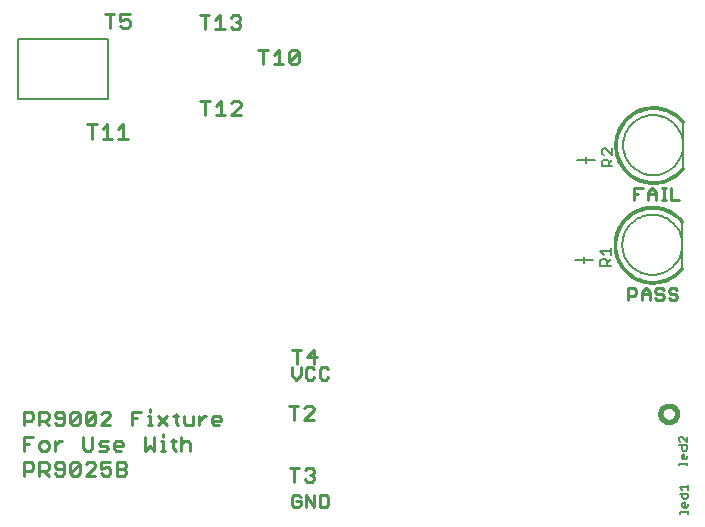
<source format=gto>
G75*
%MOIN*%
%OFA0B0*%
%FSLAX24Y24*%
%IPPOS*%
%LPD*%
%AMOC8*
5,1,8,0,0,1.08239X$1,22.5*
%
%ADD10C,0.0160*%
%ADD11C,0.0060*%
%ADD12C,0.0100*%
%ADD13C,0.0090*%
%ADD14C,0.0080*%
%ADD15C,0.0010*%
%ADD16C,0.0050*%
D10*
X023458Y006189D02*
X023460Y006222D01*
X023466Y006254D01*
X023475Y006285D01*
X023488Y006315D01*
X023505Y006343D01*
X023525Y006369D01*
X023547Y006392D01*
X023573Y006412D01*
X023600Y006430D01*
X023630Y006444D01*
X023661Y006454D01*
X023692Y006461D01*
X023725Y006464D01*
X023757Y006463D01*
X023790Y006458D01*
X023821Y006450D01*
X023851Y006437D01*
X023880Y006422D01*
X023906Y006403D01*
X023930Y006381D01*
X023952Y006356D01*
X023970Y006329D01*
X023985Y006300D01*
X023996Y006269D01*
X024004Y006238D01*
X024008Y006205D01*
X024008Y006173D01*
X024004Y006140D01*
X023996Y006109D01*
X023985Y006078D01*
X023970Y006049D01*
X023952Y006022D01*
X023930Y005997D01*
X023906Y005975D01*
X023880Y005956D01*
X023851Y005941D01*
X023821Y005928D01*
X023790Y005920D01*
X023757Y005915D01*
X023725Y005914D01*
X023692Y005917D01*
X023661Y005924D01*
X023630Y005934D01*
X023600Y005948D01*
X023573Y005966D01*
X023547Y005986D01*
X023525Y006009D01*
X023505Y006035D01*
X023488Y006063D01*
X023475Y006093D01*
X023466Y006124D01*
X023460Y006156D01*
X023458Y006189D01*
D11*
X024126Y005431D02*
X024082Y005387D01*
X024082Y005301D01*
X024126Y005257D01*
X024169Y005136D02*
X024169Y005006D01*
X024212Y004963D01*
X024299Y004963D01*
X024343Y005006D01*
X024343Y005136D01*
X024082Y005136D01*
X024343Y005257D02*
X024169Y005431D01*
X024126Y005431D01*
X024343Y005431D02*
X024343Y005257D01*
X024256Y004841D02*
X024256Y004668D01*
X024299Y004668D02*
X024212Y004668D01*
X024169Y004711D01*
X024169Y004798D01*
X024212Y004841D01*
X024256Y004841D01*
X024343Y004798D02*
X024343Y004711D01*
X024299Y004668D01*
X024343Y004558D02*
X024343Y004471D01*
X024343Y004515D02*
X024082Y004515D01*
X024082Y004471D01*
X024367Y003823D02*
X024367Y003650D01*
X024367Y003737D02*
X024107Y003737D01*
X024194Y003650D01*
X024194Y003529D02*
X024194Y003399D01*
X024237Y003355D01*
X024324Y003355D01*
X024367Y003399D01*
X024367Y003529D01*
X024107Y003529D01*
X024237Y003234D02*
X024280Y003234D01*
X024280Y003061D01*
X024237Y003061D02*
X024194Y003104D01*
X024194Y003191D01*
X024237Y003234D01*
X024367Y003191D02*
X024367Y003104D01*
X024324Y003061D01*
X024237Y003061D01*
X024367Y002951D02*
X024367Y002864D01*
X024367Y002908D02*
X024107Y002908D01*
X024107Y002864D01*
X021798Y011117D02*
X021457Y011117D01*
X021457Y011287D01*
X021514Y011344D01*
X021628Y011344D01*
X021684Y011287D01*
X021684Y011117D01*
X021684Y011230D02*
X021798Y011344D01*
X021798Y011485D02*
X021798Y011712D01*
X021798Y011599D02*
X021457Y011599D01*
X021571Y011485D01*
X022191Y011823D02*
X022193Y011886D01*
X022199Y011948D01*
X022209Y012010D01*
X022222Y012072D01*
X022240Y012132D01*
X022261Y012191D01*
X022286Y012249D01*
X022315Y012305D01*
X022347Y012359D01*
X022382Y012411D01*
X022420Y012460D01*
X022462Y012508D01*
X022506Y012552D01*
X022554Y012594D01*
X022603Y012632D01*
X022655Y012667D01*
X022709Y012699D01*
X022765Y012728D01*
X022823Y012753D01*
X022882Y012774D01*
X022942Y012792D01*
X023004Y012805D01*
X023066Y012815D01*
X023128Y012821D01*
X023191Y012823D01*
X023254Y012821D01*
X023316Y012815D01*
X023378Y012805D01*
X023440Y012792D01*
X023500Y012774D01*
X023559Y012753D01*
X023617Y012728D01*
X023673Y012699D01*
X023727Y012667D01*
X023779Y012632D01*
X023828Y012594D01*
X023876Y012552D01*
X023920Y012508D01*
X023962Y012460D01*
X024000Y012411D01*
X024035Y012359D01*
X024067Y012305D01*
X024096Y012249D01*
X024121Y012191D01*
X024142Y012132D01*
X024160Y012072D01*
X024173Y012010D01*
X024183Y011948D01*
X024189Y011886D01*
X024191Y011823D01*
X024189Y011760D01*
X024183Y011698D01*
X024173Y011636D01*
X024160Y011574D01*
X024142Y011514D01*
X024121Y011455D01*
X024096Y011397D01*
X024067Y011341D01*
X024035Y011287D01*
X024000Y011235D01*
X023962Y011186D01*
X023920Y011138D01*
X023876Y011094D01*
X023828Y011052D01*
X023779Y011014D01*
X023727Y010979D01*
X023673Y010947D01*
X023617Y010918D01*
X023559Y010893D01*
X023500Y010872D01*
X023440Y010854D01*
X023378Y010841D01*
X023316Y010831D01*
X023254Y010825D01*
X023191Y010823D01*
X023128Y010825D01*
X023066Y010831D01*
X023004Y010841D01*
X022942Y010854D01*
X022882Y010872D01*
X022823Y010893D01*
X022765Y010918D01*
X022709Y010947D01*
X022655Y010979D01*
X022603Y011014D01*
X022554Y011052D01*
X022506Y011094D01*
X022462Y011138D01*
X022420Y011186D01*
X022382Y011235D01*
X022347Y011287D01*
X022315Y011341D01*
X022286Y011397D01*
X022261Y011455D01*
X022240Y011514D01*
X022222Y011574D01*
X022209Y011636D01*
X022199Y011698D01*
X022193Y011760D01*
X022191Y011823D01*
X021847Y014439D02*
X021507Y014439D01*
X021507Y014609D01*
X021563Y014665D01*
X021677Y014665D01*
X021733Y014609D01*
X021733Y014439D01*
X021733Y014552D02*
X021847Y014665D01*
X021847Y014807D02*
X021620Y015034D01*
X021563Y015034D01*
X021507Y014977D01*
X021507Y014864D01*
X021563Y014807D01*
X021847Y014807D02*
X021847Y015034D01*
X022216Y015145D02*
X022218Y015208D01*
X022224Y015270D01*
X022234Y015332D01*
X022247Y015394D01*
X022265Y015454D01*
X022286Y015513D01*
X022311Y015571D01*
X022340Y015627D01*
X022372Y015681D01*
X022407Y015733D01*
X022445Y015782D01*
X022487Y015830D01*
X022531Y015874D01*
X022579Y015916D01*
X022628Y015954D01*
X022680Y015989D01*
X022734Y016021D01*
X022790Y016050D01*
X022848Y016075D01*
X022907Y016096D01*
X022967Y016114D01*
X023029Y016127D01*
X023091Y016137D01*
X023153Y016143D01*
X023216Y016145D01*
X023279Y016143D01*
X023341Y016137D01*
X023403Y016127D01*
X023465Y016114D01*
X023525Y016096D01*
X023584Y016075D01*
X023642Y016050D01*
X023698Y016021D01*
X023752Y015989D01*
X023804Y015954D01*
X023853Y015916D01*
X023901Y015874D01*
X023945Y015830D01*
X023987Y015782D01*
X024025Y015733D01*
X024060Y015681D01*
X024092Y015627D01*
X024121Y015571D01*
X024146Y015513D01*
X024167Y015454D01*
X024185Y015394D01*
X024198Y015332D01*
X024208Y015270D01*
X024214Y015208D01*
X024216Y015145D01*
X024214Y015082D01*
X024208Y015020D01*
X024198Y014958D01*
X024185Y014896D01*
X024167Y014836D01*
X024146Y014777D01*
X024121Y014719D01*
X024092Y014663D01*
X024060Y014609D01*
X024025Y014557D01*
X023987Y014508D01*
X023945Y014460D01*
X023901Y014416D01*
X023853Y014374D01*
X023804Y014336D01*
X023752Y014301D01*
X023698Y014269D01*
X023642Y014240D01*
X023584Y014215D01*
X023525Y014194D01*
X023465Y014176D01*
X023403Y014163D01*
X023341Y014153D01*
X023279Y014147D01*
X023216Y014145D01*
X023153Y014147D01*
X023091Y014153D01*
X023029Y014163D01*
X022967Y014176D01*
X022907Y014194D01*
X022848Y014215D01*
X022790Y014240D01*
X022734Y014269D01*
X022680Y014301D01*
X022628Y014336D01*
X022579Y014374D01*
X022531Y014416D01*
X022487Y014460D01*
X022445Y014508D01*
X022407Y014557D01*
X022372Y014609D01*
X022340Y014663D01*
X022311Y014719D01*
X022286Y014777D01*
X022265Y014836D01*
X022247Y014896D01*
X022234Y014958D01*
X022224Y015020D01*
X022218Y015082D01*
X022216Y015145D01*
D12*
X002243Y004583D02*
X002243Y004122D01*
X002243Y004276D02*
X002474Y004276D01*
X002550Y004353D01*
X002550Y004506D01*
X002474Y004583D01*
X002243Y004583D01*
X002243Y004962D02*
X002243Y005423D01*
X002550Y005423D01*
X002759Y005193D02*
X002836Y005269D01*
X002989Y005269D01*
X003066Y005193D01*
X003066Y005039D01*
X002989Y004962D01*
X002836Y004962D01*
X002759Y005039D01*
X002759Y005193D01*
X002397Y005193D02*
X002243Y005193D01*
X002759Y004583D02*
X002989Y004583D01*
X003066Y004506D01*
X003066Y004353D01*
X002989Y004276D01*
X002759Y004276D01*
X002913Y004276D02*
X003066Y004122D01*
X003275Y004199D02*
X003351Y004122D01*
X003505Y004122D01*
X003582Y004199D01*
X003582Y004506D01*
X003505Y004583D01*
X003351Y004583D01*
X003275Y004506D01*
X003275Y004429D01*
X003351Y004353D01*
X003582Y004353D01*
X003790Y004199D02*
X003790Y004506D01*
X003867Y004583D01*
X004021Y004583D01*
X004097Y004506D01*
X003790Y004199D01*
X003867Y004122D01*
X004021Y004122D01*
X004097Y004199D01*
X004097Y004506D01*
X004306Y004506D02*
X004383Y004583D01*
X004536Y004583D01*
X004613Y004506D01*
X004613Y004429D01*
X004306Y004122D01*
X004613Y004122D01*
X004822Y004199D02*
X004898Y004122D01*
X005052Y004122D01*
X005129Y004199D01*
X005129Y004353D01*
X005052Y004429D01*
X004975Y004429D01*
X004822Y004353D01*
X004822Y004583D01*
X005129Y004583D01*
X005337Y004583D02*
X005567Y004583D01*
X005644Y004506D01*
X005644Y004429D01*
X005567Y004353D01*
X005337Y004353D01*
X005337Y004583D02*
X005337Y004122D01*
X005567Y004122D01*
X005644Y004199D01*
X005644Y004276D01*
X005567Y004353D01*
X005482Y004962D02*
X005328Y004962D01*
X005251Y005039D01*
X005251Y005193D01*
X005328Y005269D01*
X005482Y005269D01*
X005558Y005193D01*
X005558Y005116D01*
X005251Y005116D01*
X005043Y005039D02*
X004966Y005116D01*
X004812Y005116D01*
X004736Y005193D01*
X004812Y005269D01*
X005043Y005269D01*
X005043Y005039D02*
X004966Y004962D01*
X004736Y004962D01*
X004527Y005039D02*
X004527Y005423D01*
X004220Y005423D02*
X004220Y005039D01*
X004297Y004962D01*
X004450Y004962D01*
X004527Y005039D01*
X004536Y005802D02*
X004383Y005802D01*
X004306Y005879D01*
X004613Y006186D01*
X004613Y005879D01*
X004536Y005802D01*
X004306Y005879D02*
X004306Y006186D01*
X004383Y006263D01*
X004536Y006263D01*
X004613Y006186D01*
X004822Y006186D02*
X004898Y006263D01*
X005052Y006263D01*
X005129Y006186D01*
X005129Y006109D01*
X004822Y005802D01*
X005129Y005802D01*
X005853Y005802D02*
X005853Y006263D01*
X006160Y006263D01*
X006369Y006109D02*
X006445Y006109D01*
X006445Y005802D01*
X006369Y005802D02*
X006522Y005802D01*
X006712Y005802D02*
X007019Y006109D01*
X007228Y006109D02*
X007381Y006109D01*
X007305Y006186D02*
X007305Y005879D01*
X007381Y005802D01*
X007572Y005879D02*
X007572Y006109D01*
X007572Y005879D02*
X007648Y005802D01*
X007879Y005802D01*
X007879Y006109D01*
X008087Y006109D02*
X008087Y005802D01*
X008087Y005956D02*
X008241Y006109D01*
X008318Y006109D01*
X008517Y006033D02*
X008594Y006109D01*
X008747Y006109D01*
X008824Y006033D01*
X008824Y005956D01*
X008517Y005956D01*
X008517Y005879D02*
X008517Y006033D01*
X008517Y005879D02*
X008594Y005802D01*
X008747Y005802D01*
X007793Y005193D02*
X007793Y004962D01*
X007793Y005193D02*
X007716Y005269D01*
X007563Y005269D01*
X007486Y005193D01*
X007296Y005269D02*
X007142Y005269D01*
X007219Y005346D02*
X007219Y005039D01*
X007296Y004962D01*
X007486Y004962D02*
X007486Y005423D01*
X007019Y005802D02*
X006712Y006109D01*
X006445Y006263D02*
X006445Y006340D01*
X006006Y006033D02*
X005853Y006033D01*
X006283Y005423D02*
X006283Y004962D01*
X006436Y005116D01*
X006590Y004962D01*
X006590Y005423D01*
X006798Y005269D02*
X006875Y005269D01*
X006875Y004962D01*
X006798Y004962D02*
X006952Y004962D01*
X006875Y005423D02*
X006875Y005500D01*
X004097Y005879D02*
X004021Y005802D01*
X003867Y005802D01*
X003790Y005879D01*
X004097Y006186D01*
X004097Y005879D01*
X003790Y005879D02*
X003790Y006186D01*
X003867Y006263D01*
X004021Y006263D01*
X004097Y006186D01*
X003582Y006186D02*
X003582Y005879D01*
X003505Y005802D01*
X003351Y005802D01*
X003275Y005879D01*
X003351Y006033D02*
X003582Y006033D01*
X003582Y006186D02*
X003505Y006263D01*
X003351Y006263D01*
X003275Y006186D01*
X003275Y006109D01*
X003351Y006033D01*
X003066Y006033D02*
X002989Y005956D01*
X002759Y005956D01*
X002913Y005956D02*
X003066Y005802D01*
X003066Y006033D02*
X003066Y006186D01*
X002989Y006263D01*
X002759Y006263D01*
X002759Y005802D01*
X002550Y006033D02*
X002474Y005956D01*
X002243Y005956D01*
X002243Y005802D02*
X002243Y006263D01*
X002474Y006263D01*
X002550Y006186D01*
X002550Y006033D01*
X003275Y005269D02*
X003275Y004962D01*
X003275Y005116D02*
X003428Y005269D01*
X003505Y005269D01*
X002759Y004583D02*
X002759Y004122D01*
D13*
X011096Y004391D02*
X011409Y004391D01*
X011253Y004391D02*
X011253Y003921D01*
X011611Y003999D02*
X011690Y003921D01*
X011847Y003921D01*
X011925Y003999D01*
X011925Y004077D01*
X011847Y004156D01*
X011768Y004156D01*
X011847Y004156D02*
X011925Y004234D01*
X011925Y004313D01*
X011847Y004391D01*
X011690Y004391D01*
X011611Y004313D01*
X011651Y003491D02*
X011924Y003081D01*
X011924Y003491D01*
X012111Y003491D02*
X012316Y003491D01*
X012385Y003423D01*
X012385Y003149D01*
X012316Y003081D01*
X012111Y003081D01*
X012111Y003491D01*
X011651Y003491D02*
X011651Y003081D01*
X011464Y003149D02*
X011464Y003286D01*
X011327Y003286D01*
X011190Y003149D02*
X011259Y003081D01*
X011395Y003081D01*
X011464Y003149D01*
X011190Y003149D02*
X011190Y003423D01*
X011259Y003491D01*
X011395Y003491D01*
X011464Y003423D01*
X011592Y005992D02*
X011905Y006306D01*
X011905Y006384D01*
X011827Y006463D01*
X011670Y006463D01*
X011592Y006384D01*
X011390Y006463D02*
X011076Y006463D01*
X011233Y006463D02*
X011233Y005992D01*
X011592Y005992D02*
X011905Y005992D01*
X011856Y007331D02*
X011719Y007331D01*
X011651Y007399D01*
X011651Y007673D01*
X011719Y007741D01*
X011856Y007741D01*
X011924Y007673D01*
X011925Y007848D02*
X011925Y008318D01*
X011690Y008083D01*
X012004Y008083D01*
X012179Y007741D02*
X012111Y007673D01*
X012111Y007399D01*
X012179Y007331D01*
X012316Y007331D01*
X012385Y007399D01*
X012385Y007673D02*
X012316Y007741D01*
X012179Y007741D01*
X011924Y007399D02*
X011856Y007331D01*
X011464Y007468D02*
X011464Y007741D01*
X011331Y007848D02*
X011331Y008318D01*
X011174Y008318D02*
X011488Y008318D01*
X011190Y007741D02*
X011190Y007468D01*
X011327Y007331D01*
X011464Y007468D01*
X005697Y015364D02*
X005383Y015364D01*
X005540Y015364D02*
X005540Y015834D01*
X005383Y015677D01*
X005181Y015364D02*
X004868Y015364D01*
X005024Y015364D02*
X005024Y015834D01*
X004868Y015677D01*
X004666Y015834D02*
X004352Y015834D01*
X004509Y015834D02*
X004509Y015364D01*
X008123Y016620D02*
X008437Y016620D01*
X008280Y016620D02*
X008280Y016150D01*
X008639Y016150D02*
X008953Y016150D01*
X008796Y016150D02*
X008796Y016620D01*
X008639Y016463D01*
X009155Y016542D02*
X009233Y016620D01*
X009390Y016620D01*
X009468Y016542D01*
X009468Y016463D01*
X009155Y016150D01*
X009468Y016150D01*
X010216Y017841D02*
X010216Y018311D01*
X010060Y018311D02*
X010373Y018311D01*
X010575Y018154D02*
X010732Y018311D01*
X010732Y017841D01*
X010575Y017841D02*
X010889Y017841D01*
X011091Y017919D02*
X011405Y018233D01*
X011405Y017919D01*
X011326Y017841D01*
X011169Y017841D01*
X011091Y017919D01*
X011091Y018233D01*
X011169Y018311D01*
X011326Y018311D01*
X011405Y018233D01*
X009453Y019078D02*
X009375Y018999D01*
X009218Y018999D01*
X009140Y019078D01*
X008938Y018999D02*
X008624Y018999D01*
X008781Y018999D02*
X008781Y019470D01*
X008624Y019313D01*
X008422Y019470D02*
X008109Y019470D01*
X008265Y019470D02*
X008265Y018999D01*
X009140Y019391D02*
X009218Y019470D01*
X009375Y019470D01*
X009453Y019391D01*
X009453Y019313D01*
X009375Y019234D01*
X009453Y019156D01*
X009453Y019078D01*
X009375Y019234D02*
X009297Y019234D01*
X005773Y019284D02*
X005773Y019127D01*
X005695Y019049D01*
X005538Y019049D01*
X005460Y019127D01*
X005460Y019284D02*
X005617Y019362D01*
X005695Y019362D01*
X005773Y019284D01*
X005773Y019519D02*
X005460Y019519D01*
X005460Y019284D01*
X005258Y019519D02*
X004944Y019519D01*
X005101Y019519D02*
X005101Y019049D01*
X022370Y010397D02*
X022370Y009987D01*
X022370Y010124D02*
X022576Y010124D01*
X022644Y010192D01*
X022644Y010329D01*
X022576Y010397D01*
X022370Y010397D01*
X022831Y010260D02*
X022831Y009987D01*
X022831Y010192D02*
X023104Y010192D01*
X023104Y010260D02*
X023104Y009987D01*
X023291Y010055D02*
X023360Y009987D01*
X023496Y009987D01*
X023565Y010055D01*
X023565Y010124D01*
X023496Y010192D01*
X023360Y010192D01*
X023291Y010260D01*
X023291Y010329D01*
X023360Y010397D01*
X023496Y010397D01*
X023565Y010329D01*
X023752Y010329D02*
X023752Y010260D01*
X023820Y010192D01*
X023957Y010192D01*
X024025Y010124D01*
X024025Y010055D01*
X023957Y009987D01*
X023820Y009987D01*
X023752Y010055D01*
X023752Y010329D02*
X023820Y010397D01*
X023957Y010397D01*
X024025Y010329D01*
X023104Y010260D02*
X022968Y010397D01*
X022831Y010260D01*
X023052Y013309D02*
X023052Y013582D01*
X023189Y013719D01*
X023326Y013582D01*
X023326Y013309D01*
X023513Y013309D02*
X023649Y013309D01*
X023581Y013309D02*
X023581Y013719D01*
X023513Y013719D02*
X023649Y013719D01*
X023820Y013719D02*
X023820Y013309D01*
X024093Y013309D01*
X023326Y013514D02*
X023052Y013514D01*
X022865Y013719D02*
X022592Y013719D01*
X022592Y013309D01*
X022592Y013514D02*
X022729Y013514D01*
D14*
X024216Y014395D02*
X024216Y015895D01*
X021277Y014645D02*
X020977Y014645D01*
X020977Y014745D01*
X020977Y014645D02*
X020977Y014545D01*
X020977Y014645D02*
X020677Y014645D01*
X024191Y012573D02*
X024191Y011073D01*
X021228Y011323D02*
X020928Y011323D01*
X020928Y011423D01*
X020928Y011323D02*
X020628Y011323D01*
X020928Y011323D02*
X020928Y011223D01*
D15*
X024223Y012603D02*
X024151Y012549D01*
X024152Y012550D02*
X024109Y012603D01*
X024064Y012654D01*
X024015Y012702D01*
X023964Y012747D01*
X023910Y012790D01*
X023854Y012829D01*
X023796Y012865D01*
X023736Y012898D01*
X023675Y012927D01*
X023611Y012952D01*
X023547Y012974D01*
X023481Y012993D01*
X023414Y013007D01*
X023347Y013018D01*
X023279Y013025D01*
X023211Y013028D01*
X023142Y013027D01*
X023074Y013022D01*
X023006Y013014D01*
X022939Y013001D01*
X022873Y012985D01*
X022808Y012965D01*
X022743Y012942D01*
X022681Y012915D01*
X022620Y012884D01*
X022561Y012850D01*
X022503Y012813D01*
X022448Y012772D01*
X022396Y012728D01*
X022346Y012682D01*
X022299Y012633D01*
X022254Y012581D01*
X022213Y012527D01*
X022174Y012470D01*
X022139Y012411D01*
X022108Y012351D01*
X022080Y012289D01*
X022055Y012225D01*
X022034Y012160D01*
X022017Y012094D01*
X022003Y012027D01*
X021994Y011959D01*
X021988Y011891D01*
X021986Y011823D01*
X021988Y011755D01*
X021994Y011687D01*
X022003Y011619D01*
X022017Y011552D01*
X022034Y011486D01*
X022055Y011421D01*
X022080Y011357D01*
X022108Y011295D01*
X022139Y011235D01*
X022174Y011176D01*
X022213Y011119D01*
X022254Y011065D01*
X022299Y011013D01*
X022346Y010964D01*
X022396Y010918D01*
X022448Y010874D01*
X022503Y010833D01*
X022561Y010796D01*
X022620Y010762D01*
X022681Y010731D01*
X022743Y010704D01*
X022808Y010681D01*
X022873Y010661D01*
X022939Y010645D01*
X023006Y010632D01*
X023074Y010624D01*
X023142Y010619D01*
X023211Y010618D01*
X023279Y010621D01*
X023347Y010628D01*
X023414Y010639D01*
X023481Y010653D01*
X023547Y010672D01*
X023611Y010694D01*
X023675Y010719D01*
X023736Y010748D01*
X023796Y010781D01*
X023854Y010817D01*
X023910Y010856D01*
X023964Y010899D01*
X024015Y010944D01*
X024064Y010992D01*
X024109Y011043D01*
X024152Y011096D01*
X024223Y011043D01*
X024224Y011042D01*
X024180Y010987D01*
X024132Y010934D01*
X024082Y010883D01*
X024029Y010836D01*
X023974Y010792D01*
X023916Y010750D01*
X023856Y010712D01*
X023795Y010677D01*
X023731Y010646D01*
X023666Y010618D01*
X023599Y010594D01*
X023531Y010573D01*
X023462Y010557D01*
X023392Y010544D01*
X023322Y010535D01*
X023251Y010529D01*
X023180Y010528D01*
X023109Y010531D01*
X023038Y010537D01*
X022968Y010547D01*
X022899Y010561D01*
X022830Y010579D01*
X022762Y010601D01*
X022696Y010626D01*
X022631Y010655D01*
X022568Y010688D01*
X022507Y010724D01*
X022448Y010763D01*
X022391Y010805D01*
X022336Y010850D01*
X022284Y010899D01*
X022235Y010950D01*
X022188Y011003D01*
X022145Y011060D01*
X022105Y011118D01*
X022068Y011179D01*
X022034Y011241D01*
X022004Y011305D01*
X021977Y011371D01*
X021954Y011438D01*
X021935Y011507D01*
X021920Y011576D01*
X021908Y011646D01*
X021900Y011717D01*
X021896Y011788D01*
X021896Y011858D01*
X021900Y011929D01*
X021908Y012000D01*
X021920Y012070D01*
X021935Y012139D01*
X021954Y012208D01*
X021977Y012275D01*
X022004Y012341D01*
X022034Y012405D01*
X022068Y012467D01*
X022105Y012528D01*
X022145Y012586D01*
X022188Y012643D01*
X022235Y012696D01*
X022284Y012747D01*
X022336Y012796D01*
X022391Y012841D01*
X022448Y012883D01*
X022507Y012922D01*
X022568Y012958D01*
X022631Y012991D01*
X022696Y013020D01*
X022762Y013045D01*
X022830Y013067D01*
X022899Y013085D01*
X022968Y013099D01*
X023038Y013109D01*
X023109Y013115D01*
X023180Y013118D01*
X023251Y013117D01*
X023322Y013111D01*
X023392Y013102D01*
X023462Y013089D01*
X023531Y013073D01*
X023599Y013052D01*
X023666Y013028D01*
X023731Y013000D01*
X023795Y012969D01*
X023856Y012934D01*
X023916Y012896D01*
X023974Y012854D01*
X024029Y012810D01*
X024082Y012763D01*
X024132Y012712D01*
X024180Y012659D01*
X024224Y012604D01*
X024217Y012599D01*
X024172Y012654D01*
X024125Y012707D01*
X024074Y012758D01*
X024021Y012805D01*
X023965Y012850D01*
X023907Y012891D01*
X023847Y012929D01*
X023785Y012964D01*
X023721Y012995D01*
X023655Y013022D01*
X023588Y013046D01*
X023519Y013066D01*
X023450Y013083D01*
X023380Y013095D01*
X023309Y013104D01*
X023238Y013108D01*
X023167Y013109D01*
X023096Y013105D01*
X023025Y013098D01*
X022954Y013087D01*
X022885Y013072D01*
X022816Y013053D01*
X022748Y013030D01*
X022682Y013004D01*
X022617Y012974D01*
X022555Y012940D01*
X022494Y012904D01*
X022435Y012863D01*
X022378Y012820D01*
X022324Y012773D01*
X022273Y012724D01*
X022225Y012671D01*
X022179Y012617D01*
X022137Y012559D01*
X022098Y012500D01*
X022062Y012438D01*
X022029Y012375D01*
X022001Y012310D01*
X021975Y012243D01*
X021954Y012175D01*
X021936Y012106D01*
X021923Y012036D01*
X021913Y011965D01*
X021907Y011894D01*
X021905Y011823D01*
X021907Y011752D01*
X021913Y011681D01*
X021923Y011610D01*
X021936Y011540D01*
X021954Y011471D01*
X021975Y011403D01*
X022001Y011336D01*
X022029Y011271D01*
X022062Y011208D01*
X022098Y011146D01*
X022137Y011087D01*
X022179Y011029D01*
X022225Y010975D01*
X022273Y010922D01*
X022324Y010873D01*
X022378Y010826D01*
X022435Y010783D01*
X022494Y010742D01*
X022555Y010706D01*
X022617Y010672D01*
X022682Y010642D01*
X022748Y010616D01*
X022816Y010593D01*
X022885Y010574D01*
X022954Y010559D01*
X023025Y010548D01*
X023096Y010541D01*
X023167Y010537D01*
X023238Y010538D01*
X023309Y010542D01*
X023380Y010551D01*
X023450Y010563D01*
X023519Y010580D01*
X023588Y010600D01*
X023655Y010624D01*
X023721Y010651D01*
X023785Y010682D01*
X023847Y010717D01*
X023907Y010755D01*
X023965Y010796D01*
X024021Y010841D01*
X024074Y010888D01*
X024125Y010939D01*
X024172Y010992D01*
X024217Y011047D01*
X024210Y011053D01*
X024165Y010998D01*
X024118Y010945D01*
X024068Y010895D01*
X024015Y010848D01*
X023960Y010804D01*
X023902Y010762D01*
X023843Y010725D01*
X023781Y010690D01*
X023717Y010659D01*
X023652Y010632D01*
X023585Y010608D01*
X023517Y010588D01*
X023448Y010572D01*
X023379Y010560D01*
X023308Y010551D01*
X023238Y010547D01*
X023167Y010546D01*
X023096Y010550D01*
X023026Y010557D01*
X022956Y010568D01*
X022887Y010583D01*
X022819Y010602D01*
X022751Y010624D01*
X022686Y010650D01*
X022621Y010680D01*
X022559Y010713D01*
X022499Y010750D01*
X022440Y010790D01*
X022384Y010833D01*
X022330Y010879D01*
X022280Y010929D01*
X022231Y010980D01*
X022186Y011035D01*
X022144Y011092D01*
X022105Y011151D01*
X022070Y011212D01*
X022037Y011275D01*
X022009Y011340D01*
X021984Y011406D01*
X021963Y011474D01*
X021945Y011542D01*
X021932Y011612D01*
X021922Y011682D01*
X021916Y011752D01*
X021914Y011823D01*
X021916Y011894D01*
X021922Y011964D01*
X021932Y012034D01*
X021945Y012104D01*
X021963Y012172D01*
X021984Y012240D01*
X022009Y012306D01*
X022037Y012371D01*
X022070Y012434D01*
X022105Y012495D01*
X022144Y012554D01*
X022186Y012611D01*
X022231Y012666D01*
X022280Y012717D01*
X022330Y012767D01*
X022384Y012813D01*
X022440Y012856D01*
X022499Y012896D01*
X022559Y012933D01*
X022621Y012966D01*
X022686Y012996D01*
X022751Y013022D01*
X022819Y013044D01*
X022887Y013063D01*
X022956Y013078D01*
X023026Y013089D01*
X023096Y013096D01*
X023167Y013100D01*
X023238Y013099D01*
X023308Y013095D01*
X023379Y013086D01*
X023448Y013074D01*
X023517Y013058D01*
X023585Y013038D01*
X023652Y013014D01*
X023717Y012987D01*
X023781Y012956D01*
X023843Y012921D01*
X023902Y012884D01*
X023960Y012842D01*
X024015Y012798D01*
X024068Y012751D01*
X024118Y012701D01*
X024165Y012648D01*
X024210Y012593D01*
X024202Y012588D01*
X024158Y012643D01*
X024110Y012696D01*
X024060Y012746D01*
X024007Y012794D01*
X023951Y012838D01*
X023893Y012879D01*
X023833Y012916D01*
X023771Y012951D01*
X023707Y012981D01*
X023641Y013008D01*
X023574Y013032D01*
X023506Y013051D01*
X023436Y013067D01*
X023366Y013079D01*
X023296Y013087D01*
X023225Y013091D01*
X023154Y013090D01*
X023083Y013086D01*
X023012Y013078D01*
X022942Y013066D01*
X022873Y013050D01*
X022805Y013031D01*
X022737Y013007D01*
X022672Y012980D01*
X022608Y012949D01*
X022546Y012915D01*
X022486Y012877D01*
X022428Y012835D01*
X022372Y012791D01*
X022319Y012744D01*
X022269Y012693D01*
X022222Y012640D01*
X022177Y012585D01*
X022136Y012527D01*
X022099Y012467D01*
X022064Y012404D01*
X022033Y012340D01*
X022006Y012275D01*
X021983Y012208D01*
X021963Y012139D01*
X021947Y012070D01*
X021935Y012000D01*
X021927Y011929D01*
X021923Y011859D01*
X021923Y011787D01*
X021927Y011717D01*
X021935Y011646D01*
X021947Y011576D01*
X021963Y011507D01*
X021983Y011438D01*
X022006Y011371D01*
X022033Y011306D01*
X022064Y011242D01*
X022099Y011179D01*
X022136Y011119D01*
X022177Y011061D01*
X022222Y011006D01*
X022269Y010953D01*
X022319Y010902D01*
X022372Y010855D01*
X022428Y010811D01*
X022486Y010769D01*
X022546Y010731D01*
X022608Y010697D01*
X022672Y010666D01*
X022737Y010639D01*
X022805Y010615D01*
X022873Y010596D01*
X022942Y010580D01*
X023012Y010568D01*
X023083Y010560D01*
X023154Y010556D01*
X023225Y010555D01*
X023296Y010559D01*
X023366Y010567D01*
X023436Y010579D01*
X023506Y010595D01*
X023574Y010614D01*
X023641Y010638D01*
X023707Y010665D01*
X023771Y010695D01*
X023833Y010730D01*
X023893Y010767D01*
X023951Y010808D01*
X024007Y010852D01*
X024060Y010900D01*
X024110Y010950D01*
X024158Y011003D01*
X024202Y011058D01*
X024195Y011064D01*
X024151Y011009D01*
X024104Y010956D01*
X024054Y010906D01*
X024001Y010859D01*
X023946Y010815D01*
X023888Y010775D01*
X023829Y010737D01*
X023767Y010703D01*
X023703Y010673D01*
X023638Y010646D01*
X023571Y010623D01*
X023503Y010603D01*
X023435Y010588D01*
X023365Y010576D01*
X023295Y010568D01*
X023224Y010564D01*
X023154Y010565D01*
X023083Y010569D01*
X023013Y010577D01*
X022944Y010589D01*
X022875Y010604D01*
X022807Y010624D01*
X022741Y010647D01*
X022676Y010674D01*
X022612Y010705D01*
X022550Y010739D01*
X022491Y010777D01*
X022433Y010818D01*
X022378Y010862D01*
X022325Y010909D01*
X022276Y010959D01*
X022229Y011011D01*
X022185Y011067D01*
X022144Y011124D01*
X022106Y011184D01*
X022072Y011246D01*
X022042Y011309D01*
X022015Y011374D01*
X021991Y011441D01*
X021972Y011509D01*
X021956Y011578D01*
X021944Y011647D01*
X021936Y011717D01*
X021932Y011788D01*
X021932Y011858D01*
X021936Y011929D01*
X021944Y011999D01*
X021956Y012068D01*
X021972Y012137D01*
X021991Y012205D01*
X022015Y012272D01*
X022042Y012337D01*
X022072Y012400D01*
X022106Y012462D01*
X022144Y012522D01*
X022185Y012579D01*
X022229Y012635D01*
X022276Y012687D01*
X022325Y012737D01*
X022378Y012784D01*
X022433Y012828D01*
X022491Y012869D01*
X022550Y012907D01*
X022612Y012941D01*
X022676Y012972D01*
X022741Y012999D01*
X022807Y013022D01*
X022875Y013042D01*
X022944Y013057D01*
X023013Y013069D01*
X023083Y013077D01*
X023154Y013081D01*
X023224Y013082D01*
X023295Y013078D01*
X023365Y013070D01*
X023435Y013058D01*
X023503Y013043D01*
X023571Y013023D01*
X023638Y013000D01*
X023703Y012973D01*
X023767Y012943D01*
X023829Y012909D01*
X023888Y012871D01*
X023946Y012831D01*
X024001Y012787D01*
X024054Y012740D01*
X024104Y012690D01*
X024151Y012637D01*
X024195Y012582D01*
X024188Y012577D01*
X024144Y012632D01*
X024097Y012684D01*
X024048Y012733D01*
X023995Y012780D01*
X023941Y012823D01*
X023883Y012864D01*
X023824Y012901D01*
X023763Y012935D01*
X023699Y012965D01*
X023635Y012992D01*
X023568Y013015D01*
X023501Y013034D01*
X023433Y013049D01*
X023364Y013061D01*
X023294Y013069D01*
X023224Y013073D01*
X023154Y013072D01*
X023084Y013068D01*
X023015Y013060D01*
X022946Y013049D01*
X022877Y013033D01*
X022810Y013014D01*
X022744Y012990D01*
X022679Y012963D01*
X022616Y012933D01*
X022555Y012899D01*
X022496Y012862D01*
X022438Y012821D01*
X022384Y012777D01*
X022332Y012731D01*
X022282Y012681D01*
X022235Y012629D01*
X022192Y012574D01*
X022151Y012517D01*
X022114Y012458D01*
X022080Y012396D01*
X022050Y012333D01*
X022023Y012268D01*
X022000Y012202D01*
X021981Y012135D01*
X021965Y012067D01*
X021953Y011998D01*
X021945Y011928D01*
X021941Y011858D01*
X021941Y011788D01*
X021945Y011718D01*
X021953Y011648D01*
X021965Y011579D01*
X021981Y011511D01*
X022000Y011444D01*
X022023Y011378D01*
X022050Y011313D01*
X022080Y011250D01*
X022114Y011188D01*
X022151Y011129D01*
X022192Y011072D01*
X022235Y011017D01*
X022282Y010965D01*
X022332Y010915D01*
X022384Y010869D01*
X022438Y010825D01*
X022496Y010784D01*
X022555Y010747D01*
X022616Y010713D01*
X022679Y010683D01*
X022744Y010656D01*
X022810Y010632D01*
X022877Y010613D01*
X022946Y010597D01*
X023015Y010586D01*
X023084Y010578D01*
X023154Y010574D01*
X023224Y010573D01*
X023294Y010577D01*
X023364Y010585D01*
X023433Y010597D01*
X023501Y010612D01*
X023568Y010631D01*
X023635Y010654D01*
X023699Y010681D01*
X023763Y010711D01*
X023824Y010745D01*
X023883Y010782D01*
X023941Y010823D01*
X023995Y010866D01*
X024048Y010913D01*
X024097Y010962D01*
X024144Y011014D01*
X024188Y011069D01*
X024181Y011074D01*
X024137Y011020D01*
X024091Y010968D01*
X024042Y010919D01*
X023990Y010873D01*
X023935Y010830D01*
X023878Y010790D01*
X023819Y010753D01*
X023758Y010719D01*
X023696Y010689D01*
X023631Y010663D01*
X023566Y010640D01*
X023499Y010621D01*
X023431Y010605D01*
X023362Y010594D01*
X023293Y010586D01*
X023224Y010582D01*
X023154Y010583D01*
X023085Y010587D01*
X023016Y010594D01*
X022947Y010606D01*
X022880Y010622D01*
X022813Y010641D01*
X022747Y010664D01*
X022683Y010691D01*
X022620Y010721D01*
X022559Y010755D01*
X022501Y010792D01*
X022444Y010832D01*
X022390Y010875D01*
X022338Y010922D01*
X022289Y010971D01*
X022242Y011023D01*
X022199Y011077D01*
X022159Y011134D01*
X022122Y011193D01*
X022088Y011254D01*
X022058Y011317D01*
X022031Y011381D01*
X022008Y011446D01*
X021989Y011513D01*
X021974Y011581D01*
X021962Y011650D01*
X021954Y011719D01*
X021950Y011788D01*
X021950Y011858D01*
X021954Y011927D01*
X021962Y011996D01*
X021974Y012065D01*
X021989Y012133D01*
X022008Y012200D01*
X022031Y012265D01*
X022058Y012329D01*
X022088Y012392D01*
X022122Y012453D01*
X022159Y012512D01*
X022199Y012569D01*
X022242Y012623D01*
X022289Y012675D01*
X022338Y012724D01*
X022390Y012771D01*
X022444Y012814D01*
X022501Y012854D01*
X022559Y012891D01*
X022620Y012925D01*
X022683Y012955D01*
X022747Y012982D01*
X022813Y013005D01*
X022880Y013024D01*
X022947Y013040D01*
X023016Y013052D01*
X023085Y013059D01*
X023154Y013063D01*
X023224Y013064D01*
X023293Y013060D01*
X023362Y013052D01*
X023431Y013041D01*
X023499Y013025D01*
X023566Y013006D01*
X023631Y012983D01*
X023696Y012957D01*
X023758Y012927D01*
X023819Y012893D01*
X023878Y012856D01*
X023935Y012816D01*
X023990Y012773D01*
X024042Y012727D01*
X024091Y012678D01*
X024137Y012626D01*
X024181Y012572D01*
X024174Y012566D01*
X024130Y012620D01*
X024084Y012671D01*
X024035Y012720D01*
X023984Y012766D01*
X023930Y012809D01*
X023873Y012849D01*
X023815Y012885D01*
X023754Y012919D01*
X023692Y012949D01*
X023628Y012975D01*
X023563Y012997D01*
X023497Y013016D01*
X023429Y013032D01*
X023361Y013043D01*
X023293Y013051D01*
X023224Y013055D01*
X023155Y013054D01*
X023086Y013050D01*
X023017Y013043D01*
X022949Y013031D01*
X022882Y013016D01*
X022815Y012996D01*
X022750Y012973D01*
X022687Y012947D01*
X022624Y012917D01*
X022564Y012884D01*
X022506Y012847D01*
X022449Y012807D01*
X022395Y012764D01*
X022344Y012718D01*
X022295Y012669D01*
X022249Y012617D01*
X022206Y012563D01*
X022166Y012507D01*
X022130Y012448D01*
X022096Y012388D01*
X022066Y012326D01*
X022040Y012262D01*
X022017Y012197D01*
X021998Y012130D01*
X021983Y012063D01*
X021971Y011995D01*
X021963Y011926D01*
X021959Y011858D01*
X021959Y011788D01*
X021963Y011720D01*
X021971Y011651D01*
X021983Y011583D01*
X021998Y011516D01*
X022017Y011449D01*
X022040Y011384D01*
X022066Y011320D01*
X022096Y011258D01*
X022130Y011198D01*
X022166Y011139D01*
X022206Y011083D01*
X022249Y011029D01*
X022295Y010977D01*
X022344Y010928D01*
X022395Y010882D01*
X022449Y010839D01*
X022506Y010799D01*
X022564Y010762D01*
X022624Y010729D01*
X022687Y010699D01*
X022750Y010673D01*
X022815Y010650D01*
X022882Y010630D01*
X022949Y010615D01*
X023017Y010603D01*
X023086Y010596D01*
X023155Y010592D01*
X023224Y010591D01*
X023293Y010595D01*
X023361Y010603D01*
X023429Y010614D01*
X023497Y010630D01*
X023563Y010649D01*
X023628Y010671D01*
X023692Y010697D01*
X023754Y010727D01*
X023815Y010761D01*
X023873Y010797D01*
X023930Y010837D01*
X023984Y010880D01*
X024035Y010926D01*
X024084Y010975D01*
X024130Y011026D01*
X024174Y011080D01*
X024166Y011085D01*
X024123Y011031D01*
X024077Y010980D01*
X024027Y010931D01*
X023976Y010885D01*
X023921Y010842D01*
X023864Y010802D01*
X023806Y010766D01*
X023745Y010732D01*
X023682Y010703D01*
X023618Y010677D01*
X023552Y010655D01*
X023485Y010636D01*
X023418Y010621D01*
X023349Y010610D01*
X023280Y010603D01*
X023211Y010600D01*
X023142Y010601D01*
X023072Y010606D01*
X023004Y010614D01*
X022936Y010627D01*
X022868Y010643D01*
X022802Y010664D01*
X022737Y010687D01*
X022673Y010715D01*
X022611Y010746D01*
X022551Y010781D01*
X022493Y010819D01*
X022437Y010860D01*
X022384Y010904D01*
X022333Y010951D01*
X022285Y011001D01*
X022240Y011054D01*
X022198Y011109D01*
X022159Y011166D01*
X022124Y011226D01*
X022092Y011287D01*
X022063Y011350D01*
X022038Y011415D01*
X022017Y011481D01*
X021999Y011548D01*
X021986Y011616D01*
X021976Y011685D01*
X021970Y011754D01*
X021968Y011823D01*
X021970Y011892D01*
X021976Y011961D01*
X021986Y012030D01*
X021999Y012098D01*
X022017Y012165D01*
X022038Y012231D01*
X022063Y012296D01*
X022092Y012359D01*
X022124Y012420D01*
X022159Y012480D01*
X022198Y012537D01*
X022240Y012592D01*
X022285Y012645D01*
X022333Y012695D01*
X022384Y012742D01*
X022437Y012786D01*
X022493Y012827D01*
X022551Y012865D01*
X022611Y012900D01*
X022673Y012931D01*
X022737Y012959D01*
X022802Y012982D01*
X022868Y013003D01*
X022936Y013019D01*
X023004Y013032D01*
X023072Y013040D01*
X023142Y013045D01*
X023211Y013046D01*
X023280Y013043D01*
X023349Y013036D01*
X023418Y013025D01*
X023485Y013010D01*
X023552Y012991D01*
X023618Y012969D01*
X023682Y012943D01*
X023745Y012914D01*
X023806Y012880D01*
X023864Y012844D01*
X023921Y012804D01*
X023976Y012761D01*
X024027Y012715D01*
X024077Y012666D01*
X024123Y012615D01*
X024166Y012561D01*
X024159Y012555D01*
X024116Y012609D01*
X024070Y012660D01*
X024021Y012709D01*
X023970Y012754D01*
X023916Y012797D01*
X023859Y012836D01*
X023801Y012873D01*
X023741Y012906D01*
X023678Y012935D01*
X023615Y012961D01*
X023549Y012983D01*
X023483Y013001D01*
X023416Y013016D01*
X023348Y013027D01*
X023279Y013034D01*
X023211Y013037D01*
X023142Y013036D01*
X023073Y013031D01*
X023005Y013023D01*
X022937Y013010D01*
X022871Y012994D01*
X022805Y012974D01*
X022740Y012950D01*
X022677Y012923D01*
X022616Y012892D01*
X022556Y012858D01*
X022498Y012820D01*
X022443Y012779D01*
X022390Y012735D01*
X022340Y012688D01*
X022292Y012639D01*
X022247Y012587D01*
X022205Y012532D01*
X022167Y012475D01*
X022132Y012416D01*
X022100Y012355D01*
X022071Y012292D01*
X022047Y012228D01*
X022025Y012162D01*
X022008Y012096D01*
X021995Y012028D01*
X021985Y011960D01*
X021979Y011892D01*
X021977Y011823D01*
X021979Y011754D01*
X021985Y011686D01*
X021995Y011618D01*
X022008Y011550D01*
X022025Y011484D01*
X022047Y011418D01*
X022071Y011354D01*
X022100Y011291D01*
X022132Y011230D01*
X022167Y011171D01*
X022205Y011114D01*
X022247Y011059D01*
X022292Y011007D01*
X022340Y010958D01*
X022390Y010911D01*
X022443Y010867D01*
X022498Y010826D01*
X022556Y010788D01*
X022616Y010754D01*
X022677Y010723D01*
X022740Y010696D01*
X022805Y010672D01*
X022871Y010652D01*
X022937Y010636D01*
X023005Y010623D01*
X023073Y010615D01*
X023142Y010610D01*
X023211Y010609D01*
X023279Y010612D01*
X023348Y010619D01*
X023416Y010630D01*
X023483Y010645D01*
X023549Y010663D01*
X023615Y010685D01*
X023678Y010711D01*
X023741Y010740D01*
X023801Y010773D01*
X023859Y010810D01*
X023916Y010849D01*
X023970Y010892D01*
X024021Y010937D01*
X024070Y010986D01*
X024116Y011037D01*
X024159Y011091D01*
X024248Y015925D02*
X024176Y015871D01*
X024177Y015872D02*
X024134Y015925D01*
X024089Y015976D01*
X024040Y016024D01*
X023989Y016069D01*
X023935Y016112D01*
X023879Y016151D01*
X023821Y016187D01*
X023761Y016220D01*
X023700Y016249D01*
X023636Y016274D01*
X023572Y016296D01*
X023506Y016315D01*
X023439Y016329D01*
X023372Y016340D01*
X023304Y016347D01*
X023236Y016350D01*
X023167Y016349D01*
X023099Y016344D01*
X023031Y016336D01*
X022964Y016323D01*
X022898Y016307D01*
X022833Y016287D01*
X022768Y016264D01*
X022706Y016237D01*
X022645Y016206D01*
X022586Y016172D01*
X022528Y016135D01*
X022473Y016094D01*
X022421Y016050D01*
X022371Y016004D01*
X022324Y015955D01*
X022279Y015903D01*
X022238Y015849D01*
X022199Y015792D01*
X022164Y015733D01*
X022133Y015673D01*
X022105Y015611D01*
X022080Y015547D01*
X022059Y015482D01*
X022042Y015416D01*
X022028Y015349D01*
X022019Y015281D01*
X022013Y015213D01*
X022011Y015145D01*
X022013Y015077D01*
X022019Y015009D01*
X022028Y014941D01*
X022042Y014874D01*
X022059Y014808D01*
X022080Y014743D01*
X022105Y014679D01*
X022133Y014617D01*
X022164Y014557D01*
X022199Y014498D01*
X022238Y014441D01*
X022279Y014387D01*
X022324Y014335D01*
X022371Y014286D01*
X022421Y014240D01*
X022473Y014196D01*
X022528Y014155D01*
X022586Y014118D01*
X022645Y014084D01*
X022706Y014053D01*
X022768Y014026D01*
X022833Y014003D01*
X022898Y013983D01*
X022964Y013967D01*
X023031Y013954D01*
X023099Y013946D01*
X023167Y013941D01*
X023236Y013940D01*
X023304Y013943D01*
X023372Y013950D01*
X023439Y013961D01*
X023506Y013975D01*
X023572Y013994D01*
X023636Y014016D01*
X023700Y014041D01*
X023761Y014070D01*
X023821Y014103D01*
X023879Y014139D01*
X023935Y014178D01*
X023989Y014221D01*
X024040Y014266D01*
X024089Y014314D01*
X024134Y014365D01*
X024177Y014418D01*
X024248Y014365D01*
X024249Y014364D01*
X024205Y014309D01*
X024157Y014256D01*
X024107Y014205D01*
X024054Y014158D01*
X023999Y014114D01*
X023941Y014072D01*
X023881Y014034D01*
X023820Y013999D01*
X023756Y013968D01*
X023691Y013940D01*
X023624Y013916D01*
X023556Y013895D01*
X023487Y013879D01*
X023417Y013866D01*
X023347Y013857D01*
X023276Y013851D01*
X023205Y013850D01*
X023134Y013853D01*
X023063Y013859D01*
X022993Y013869D01*
X022924Y013883D01*
X022855Y013901D01*
X022787Y013923D01*
X022721Y013948D01*
X022656Y013977D01*
X022593Y014010D01*
X022532Y014046D01*
X022473Y014085D01*
X022416Y014127D01*
X022361Y014172D01*
X022309Y014221D01*
X022260Y014272D01*
X022213Y014325D01*
X022170Y014382D01*
X022130Y014440D01*
X022093Y014501D01*
X022059Y014563D01*
X022029Y014627D01*
X022002Y014693D01*
X021979Y014760D01*
X021960Y014829D01*
X021945Y014898D01*
X021933Y014968D01*
X021925Y015039D01*
X021921Y015110D01*
X021921Y015180D01*
X021925Y015251D01*
X021933Y015322D01*
X021945Y015392D01*
X021960Y015461D01*
X021979Y015530D01*
X022002Y015597D01*
X022029Y015663D01*
X022059Y015727D01*
X022093Y015789D01*
X022130Y015850D01*
X022170Y015908D01*
X022213Y015965D01*
X022260Y016018D01*
X022309Y016069D01*
X022361Y016118D01*
X022416Y016163D01*
X022473Y016205D01*
X022532Y016244D01*
X022593Y016280D01*
X022656Y016313D01*
X022721Y016342D01*
X022787Y016367D01*
X022855Y016389D01*
X022924Y016407D01*
X022993Y016421D01*
X023063Y016431D01*
X023134Y016437D01*
X023205Y016440D01*
X023276Y016439D01*
X023347Y016433D01*
X023417Y016424D01*
X023487Y016411D01*
X023556Y016395D01*
X023624Y016374D01*
X023691Y016350D01*
X023756Y016322D01*
X023820Y016291D01*
X023881Y016256D01*
X023941Y016218D01*
X023999Y016176D01*
X024054Y016132D01*
X024107Y016085D01*
X024157Y016034D01*
X024205Y015981D01*
X024249Y015926D01*
X024242Y015921D01*
X024197Y015976D01*
X024150Y016029D01*
X024099Y016080D01*
X024046Y016127D01*
X023990Y016172D01*
X023932Y016213D01*
X023872Y016251D01*
X023810Y016286D01*
X023746Y016317D01*
X023680Y016344D01*
X023613Y016368D01*
X023544Y016388D01*
X023475Y016405D01*
X023405Y016417D01*
X023334Y016426D01*
X023263Y016430D01*
X023192Y016431D01*
X023121Y016427D01*
X023050Y016420D01*
X022979Y016409D01*
X022910Y016394D01*
X022841Y016375D01*
X022773Y016352D01*
X022707Y016326D01*
X022642Y016296D01*
X022580Y016262D01*
X022519Y016226D01*
X022460Y016185D01*
X022403Y016142D01*
X022349Y016095D01*
X022298Y016046D01*
X022250Y015993D01*
X022204Y015939D01*
X022162Y015881D01*
X022123Y015822D01*
X022087Y015760D01*
X022054Y015697D01*
X022026Y015632D01*
X022000Y015565D01*
X021979Y015497D01*
X021961Y015428D01*
X021948Y015358D01*
X021938Y015287D01*
X021932Y015216D01*
X021930Y015145D01*
X021932Y015074D01*
X021938Y015003D01*
X021948Y014932D01*
X021961Y014862D01*
X021979Y014793D01*
X022000Y014725D01*
X022026Y014658D01*
X022054Y014593D01*
X022087Y014530D01*
X022123Y014468D01*
X022162Y014409D01*
X022204Y014351D01*
X022250Y014297D01*
X022298Y014244D01*
X022349Y014195D01*
X022403Y014148D01*
X022460Y014105D01*
X022519Y014064D01*
X022580Y014028D01*
X022642Y013994D01*
X022707Y013964D01*
X022773Y013938D01*
X022841Y013915D01*
X022910Y013896D01*
X022979Y013881D01*
X023050Y013870D01*
X023121Y013863D01*
X023192Y013859D01*
X023263Y013860D01*
X023334Y013864D01*
X023405Y013873D01*
X023475Y013885D01*
X023544Y013902D01*
X023613Y013922D01*
X023680Y013946D01*
X023746Y013973D01*
X023810Y014004D01*
X023872Y014039D01*
X023932Y014077D01*
X023990Y014118D01*
X024046Y014163D01*
X024099Y014210D01*
X024150Y014261D01*
X024197Y014314D01*
X024242Y014369D01*
X024235Y014375D01*
X024190Y014320D01*
X024143Y014267D01*
X024093Y014217D01*
X024040Y014170D01*
X023985Y014126D01*
X023927Y014084D01*
X023868Y014047D01*
X023806Y014012D01*
X023742Y013981D01*
X023677Y013954D01*
X023610Y013930D01*
X023542Y013910D01*
X023473Y013894D01*
X023404Y013882D01*
X023333Y013873D01*
X023263Y013869D01*
X023192Y013868D01*
X023121Y013872D01*
X023051Y013879D01*
X022981Y013890D01*
X022912Y013905D01*
X022844Y013924D01*
X022776Y013946D01*
X022711Y013972D01*
X022646Y014002D01*
X022584Y014035D01*
X022524Y014072D01*
X022465Y014112D01*
X022409Y014155D01*
X022355Y014201D01*
X022305Y014251D01*
X022256Y014302D01*
X022211Y014357D01*
X022169Y014414D01*
X022130Y014473D01*
X022095Y014534D01*
X022062Y014597D01*
X022034Y014662D01*
X022009Y014728D01*
X021988Y014796D01*
X021970Y014864D01*
X021957Y014934D01*
X021947Y015004D01*
X021941Y015074D01*
X021939Y015145D01*
X021941Y015216D01*
X021947Y015286D01*
X021957Y015356D01*
X021970Y015426D01*
X021988Y015494D01*
X022009Y015562D01*
X022034Y015628D01*
X022062Y015693D01*
X022095Y015756D01*
X022130Y015817D01*
X022169Y015876D01*
X022211Y015933D01*
X022256Y015988D01*
X022305Y016039D01*
X022355Y016089D01*
X022409Y016135D01*
X022465Y016178D01*
X022524Y016218D01*
X022584Y016255D01*
X022646Y016288D01*
X022711Y016318D01*
X022776Y016344D01*
X022844Y016366D01*
X022912Y016385D01*
X022981Y016400D01*
X023051Y016411D01*
X023121Y016418D01*
X023192Y016422D01*
X023263Y016421D01*
X023333Y016417D01*
X023404Y016408D01*
X023473Y016396D01*
X023542Y016380D01*
X023610Y016360D01*
X023677Y016336D01*
X023742Y016309D01*
X023806Y016278D01*
X023868Y016243D01*
X023927Y016206D01*
X023985Y016164D01*
X024040Y016120D01*
X024093Y016073D01*
X024143Y016023D01*
X024190Y015970D01*
X024235Y015915D01*
X024227Y015910D01*
X024183Y015965D01*
X024135Y016018D01*
X024085Y016068D01*
X024032Y016116D01*
X023976Y016160D01*
X023918Y016201D01*
X023858Y016238D01*
X023796Y016273D01*
X023732Y016303D01*
X023666Y016330D01*
X023599Y016354D01*
X023531Y016373D01*
X023461Y016389D01*
X023391Y016401D01*
X023321Y016409D01*
X023250Y016413D01*
X023179Y016412D01*
X023108Y016408D01*
X023037Y016400D01*
X022967Y016388D01*
X022898Y016372D01*
X022830Y016353D01*
X022762Y016329D01*
X022697Y016302D01*
X022633Y016271D01*
X022571Y016237D01*
X022511Y016199D01*
X022453Y016157D01*
X022397Y016113D01*
X022344Y016066D01*
X022294Y016015D01*
X022247Y015962D01*
X022202Y015907D01*
X022161Y015849D01*
X022124Y015789D01*
X022089Y015726D01*
X022058Y015662D01*
X022031Y015597D01*
X022008Y015530D01*
X021988Y015461D01*
X021972Y015392D01*
X021960Y015322D01*
X021952Y015251D01*
X021948Y015181D01*
X021948Y015109D01*
X021952Y015039D01*
X021960Y014968D01*
X021972Y014898D01*
X021988Y014829D01*
X022008Y014760D01*
X022031Y014693D01*
X022058Y014628D01*
X022089Y014564D01*
X022124Y014501D01*
X022161Y014441D01*
X022202Y014383D01*
X022247Y014328D01*
X022294Y014275D01*
X022344Y014224D01*
X022397Y014177D01*
X022453Y014133D01*
X022511Y014091D01*
X022571Y014053D01*
X022633Y014019D01*
X022697Y013988D01*
X022762Y013961D01*
X022830Y013937D01*
X022898Y013918D01*
X022967Y013902D01*
X023037Y013890D01*
X023108Y013882D01*
X023179Y013878D01*
X023250Y013877D01*
X023321Y013881D01*
X023391Y013889D01*
X023461Y013901D01*
X023531Y013917D01*
X023599Y013936D01*
X023666Y013960D01*
X023732Y013987D01*
X023796Y014017D01*
X023858Y014052D01*
X023918Y014089D01*
X023976Y014130D01*
X024032Y014174D01*
X024085Y014222D01*
X024135Y014272D01*
X024183Y014325D01*
X024227Y014380D01*
X024220Y014386D01*
X024176Y014331D01*
X024129Y014278D01*
X024079Y014228D01*
X024026Y014181D01*
X023971Y014137D01*
X023913Y014097D01*
X023854Y014059D01*
X023792Y014025D01*
X023728Y013995D01*
X023663Y013968D01*
X023596Y013945D01*
X023528Y013925D01*
X023460Y013910D01*
X023390Y013898D01*
X023320Y013890D01*
X023249Y013886D01*
X023179Y013887D01*
X023108Y013891D01*
X023038Y013899D01*
X022969Y013911D01*
X022900Y013926D01*
X022832Y013946D01*
X022766Y013969D01*
X022701Y013996D01*
X022637Y014027D01*
X022575Y014061D01*
X022516Y014099D01*
X022458Y014140D01*
X022403Y014184D01*
X022350Y014231D01*
X022301Y014281D01*
X022254Y014333D01*
X022210Y014389D01*
X022169Y014446D01*
X022131Y014506D01*
X022097Y014568D01*
X022067Y014631D01*
X022040Y014696D01*
X022016Y014763D01*
X021997Y014831D01*
X021981Y014900D01*
X021969Y014969D01*
X021961Y015039D01*
X021957Y015110D01*
X021957Y015180D01*
X021961Y015251D01*
X021969Y015321D01*
X021981Y015390D01*
X021997Y015459D01*
X022016Y015527D01*
X022040Y015594D01*
X022067Y015659D01*
X022097Y015722D01*
X022131Y015784D01*
X022169Y015844D01*
X022210Y015901D01*
X022254Y015957D01*
X022301Y016009D01*
X022350Y016059D01*
X022403Y016106D01*
X022458Y016150D01*
X022516Y016191D01*
X022575Y016229D01*
X022637Y016263D01*
X022701Y016294D01*
X022766Y016321D01*
X022832Y016344D01*
X022900Y016364D01*
X022969Y016379D01*
X023038Y016391D01*
X023108Y016399D01*
X023179Y016403D01*
X023249Y016404D01*
X023320Y016400D01*
X023390Y016392D01*
X023460Y016380D01*
X023528Y016365D01*
X023596Y016345D01*
X023663Y016322D01*
X023728Y016295D01*
X023792Y016265D01*
X023854Y016231D01*
X023913Y016193D01*
X023971Y016153D01*
X024026Y016109D01*
X024079Y016062D01*
X024129Y016012D01*
X024176Y015959D01*
X024220Y015904D01*
X024213Y015899D01*
X024169Y015954D01*
X024122Y016006D01*
X024073Y016055D01*
X024020Y016102D01*
X023966Y016145D01*
X023908Y016186D01*
X023849Y016223D01*
X023788Y016257D01*
X023724Y016287D01*
X023660Y016314D01*
X023593Y016337D01*
X023526Y016356D01*
X023458Y016371D01*
X023389Y016383D01*
X023319Y016391D01*
X023249Y016395D01*
X023179Y016394D01*
X023109Y016390D01*
X023040Y016382D01*
X022971Y016371D01*
X022902Y016355D01*
X022835Y016336D01*
X022769Y016312D01*
X022704Y016285D01*
X022641Y016255D01*
X022580Y016221D01*
X022521Y016184D01*
X022463Y016143D01*
X022409Y016099D01*
X022357Y016053D01*
X022307Y016003D01*
X022260Y015951D01*
X022217Y015896D01*
X022176Y015839D01*
X022139Y015780D01*
X022105Y015718D01*
X022075Y015655D01*
X022048Y015590D01*
X022025Y015524D01*
X022006Y015457D01*
X021990Y015389D01*
X021978Y015320D01*
X021970Y015250D01*
X021966Y015180D01*
X021966Y015110D01*
X021970Y015040D01*
X021978Y014970D01*
X021990Y014901D01*
X022006Y014833D01*
X022025Y014766D01*
X022048Y014700D01*
X022075Y014635D01*
X022105Y014572D01*
X022139Y014510D01*
X022176Y014451D01*
X022217Y014394D01*
X022260Y014339D01*
X022307Y014287D01*
X022357Y014237D01*
X022409Y014191D01*
X022463Y014147D01*
X022521Y014106D01*
X022580Y014069D01*
X022641Y014035D01*
X022704Y014005D01*
X022769Y013978D01*
X022835Y013954D01*
X022902Y013935D01*
X022971Y013919D01*
X023040Y013908D01*
X023109Y013900D01*
X023179Y013896D01*
X023249Y013895D01*
X023319Y013899D01*
X023389Y013907D01*
X023458Y013919D01*
X023526Y013934D01*
X023593Y013953D01*
X023660Y013976D01*
X023724Y014003D01*
X023788Y014033D01*
X023849Y014067D01*
X023908Y014104D01*
X023966Y014145D01*
X024020Y014188D01*
X024073Y014235D01*
X024122Y014284D01*
X024169Y014336D01*
X024213Y014391D01*
X024206Y014396D01*
X024162Y014342D01*
X024116Y014290D01*
X024067Y014241D01*
X024015Y014195D01*
X023960Y014152D01*
X023903Y014112D01*
X023844Y014075D01*
X023783Y014041D01*
X023721Y014011D01*
X023656Y013985D01*
X023591Y013962D01*
X023524Y013943D01*
X023456Y013927D01*
X023387Y013916D01*
X023318Y013908D01*
X023249Y013904D01*
X023179Y013905D01*
X023110Y013909D01*
X023041Y013916D01*
X022972Y013928D01*
X022905Y013944D01*
X022838Y013963D01*
X022772Y013986D01*
X022708Y014013D01*
X022645Y014043D01*
X022584Y014077D01*
X022526Y014114D01*
X022469Y014154D01*
X022415Y014197D01*
X022363Y014244D01*
X022314Y014293D01*
X022267Y014345D01*
X022224Y014399D01*
X022184Y014456D01*
X022147Y014515D01*
X022113Y014576D01*
X022083Y014639D01*
X022056Y014703D01*
X022033Y014768D01*
X022014Y014835D01*
X021999Y014903D01*
X021987Y014972D01*
X021979Y015041D01*
X021975Y015110D01*
X021975Y015180D01*
X021979Y015249D01*
X021987Y015318D01*
X021999Y015387D01*
X022014Y015455D01*
X022033Y015522D01*
X022056Y015587D01*
X022083Y015651D01*
X022113Y015714D01*
X022147Y015775D01*
X022184Y015834D01*
X022224Y015891D01*
X022267Y015945D01*
X022314Y015997D01*
X022363Y016046D01*
X022415Y016093D01*
X022469Y016136D01*
X022526Y016176D01*
X022584Y016213D01*
X022645Y016247D01*
X022708Y016277D01*
X022772Y016304D01*
X022838Y016327D01*
X022905Y016346D01*
X022972Y016362D01*
X023041Y016374D01*
X023110Y016381D01*
X023179Y016385D01*
X023249Y016386D01*
X023318Y016382D01*
X023387Y016374D01*
X023456Y016363D01*
X023524Y016347D01*
X023591Y016328D01*
X023656Y016305D01*
X023721Y016279D01*
X023783Y016249D01*
X023844Y016215D01*
X023903Y016178D01*
X023960Y016138D01*
X024015Y016095D01*
X024067Y016049D01*
X024116Y016000D01*
X024162Y015948D01*
X024206Y015894D01*
X024199Y015888D01*
X024155Y015942D01*
X024109Y015993D01*
X024060Y016042D01*
X024009Y016088D01*
X023955Y016131D01*
X023898Y016171D01*
X023840Y016207D01*
X023779Y016241D01*
X023717Y016271D01*
X023653Y016297D01*
X023588Y016319D01*
X023522Y016338D01*
X023454Y016354D01*
X023386Y016365D01*
X023318Y016373D01*
X023249Y016377D01*
X023180Y016376D01*
X023111Y016372D01*
X023042Y016365D01*
X022974Y016353D01*
X022907Y016338D01*
X022840Y016318D01*
X022775Y016295D01*
X022712Y016269D01*
X022649Y016239D01*
X022589Y016206D01*
X022531Y016169D01*
X022474Y016129D01*
X022420Y016086D01*
X022369Y016040D01*
X022320Y015991D01*
X022274Y015939D01*
X022231Y015885D01*
X022191Y015829D01*
X022155Y015770D01*
X022121Y015710D01*
X022091Y015648D01*
X022065Y015584D01*
X022042Y015519D01*
X022023Y015452D01*
X022008Y015385D01*
X021996Y015317D01*
X021988Y015248D01*
X021984Y015180D01*
X021984Y015110D01*
X021988Y015042D01*
X021996Y014973D01*
X022008Y014905D01*
X022023Y014838D01*
X022042Y014771D01*
X022065Y014706D01*
X022091Y014642D01*
X022121Y014580D01*
X022155Y014520D01*
X022191Y014461D01*
X022231Y014405D01*
X022274Y014351D01*
X022320Y014299D01*
X022369Y014250D01*
X022420Y014204D01*
X022474Y014161D01*
X022531Y014121D01*
X022589Y014084D01*
X022649Y014051D01*
X022712Y014021D01*
X022775Y013995D01*
X022840Y013972D01*
X022907Y013952D01*
X022974Y013937D01*
X023042Y013925D01*
X023111Y013918D01*
X023180Y013914D01*
X023249Y013913D01*
X023318Y013917D01*
X023386Y013925D01*
X023454Y013936D01*
X023522Y013952D01*
X023588Y013971D01*
X023653Y013993D01*
X023717Y014019D01*
X023779Y014049D01*
X023840Y014083D01*
X023898Y014119D01*
X023955Y014159D01*
X024009Y014202D01*
X024060Y014248D01*
X024109Y014297D01*
X024155Y014348D01*
X024199Y014402D01*
X024191Y014407D01*
X024148Y014353D01*
X024102Y014302D01*
X024052Y014253D01*
X024001Y014207D01*
X023946Y014164D01*
X023889Y014124D01*
X023831Y014088D01*
X023770Y014054D01*
X023707Y014025D01*
X023643Y013999D01*
X023577Y013977D01*
X023510Y013958D01*
X023443Y013943D01*
X023374Y013932D01*
X023305Y013925D01*
X023236Y013922D01*
X023167Y013923D01*
X023097Y013928D01*
X023029Y013936D01*
X022961Y013949D01*
X022893Y013965D01*
X022827Y013986D01*
X022762Y014009D01*
X022698Y014037D01*
X022636Y014068D01*
X022576Y014103D01*
X022518Y014141D01*
X022462Y014182D01*
X022409Y014226D01*
X022358Y014273D01*
X022310Y014323D01*
X022265Y014376D01*
X022223Y014431D01*
X022184Y014488D01*
X022149Y014548D01*
X022117Y014609D01*
X022088Y014672D01*
X022063Y014737D01*
X022042Y014803D01*
X022024Y014870D01*
X022011Y014938D01*
X022001Y015007D01*
X021995Y015076D01*
X021993Y015145D01*
X021995Y015214D01*
X022001Y015283D01*
X022011Y015352D01*
X022024Y015420D01*
X022042Y015487D01*
X022063Y015553D01*
X022088Y015618D01*
X022117Y015681D01*
X022149Y015742D01*
X022184Y015802D01*
X022223Y015859D01*
X022265Y015914D01*
X022310Y015967D01*
X022358Y016017D01*
X022409Y016064D01*
X022462Y016108D01*
X022518Y016149D01*
X022576Y016187D01*
X022636Y016222D01*
X022698Y016253D01*
X022762Y016281D01*
X022827Y016304D01*
X022893Y016325D01*
X022961Y016341D01*
X023029Y016354D01*
X023097Y016362D01*
X023167Y016367D01*
X023236Y016368D01*
X023305Y016365D01*
X023374Y016358D01*
X023443Y016347D01*
X023510Y016332D01*
X023577Y016313D01*
X023643Y016291D01*
X023707Y016265D01*
X023770Y016236D01*
X023831Y016202D01*
X023889Y016166D01*
X023946Y016126D01*
X024001Y016083D01*
X024052Y016037D01*
X024102Y015988D01*
X024148Y015937D01*
X024191Y015883D01*
X024184Y015877D01*
X024141Y015931D01*
X024095Y015982D01*
X024046Y016031D01*
X023995Y016076D01*
X023941Y016119D01*
X023884Y016158D01*
X023826Y016195D01*
X023766Y016228D01*
X023703Y016257D01*
X023640Y016283D01*
X023574Y016305D01*
X023508Y016323D01*
X023441Y016338D01*
X023373Y016349D01*
X023304Y016356D01*
X023236Y016359D01*
X023167Y016358D01*
X023098Y016353D01*
X023030Y016345D01*
X022962Y016332D01*
X022896Y016316D01*
X022830Y016296D01*
X022765Y016272D01*
X022702Y016245D01*
X022641Y016214D01*
X022581Y016180D01*
X022523Y016142D01*
X022468Y016101D01*
X022415Y016057D01*
X022365Y016010D01*
X022317Y015961D01*
X022272Y015909D01*
X022230Y015854D01*
X022192Y015797D01*
X022157Y015738D01*
X022125Y015677D01*
X022096Y015614D01*
X022072Y015550D01*
X022050Y015484D01*
X022033Y015418D01*
X022020Y015350D01*
X022010Y015282D01*
X022004Y015214D01*
X022002Y015145D01*
X022004Y015076D01*
X022010Y015008D01*
X022020Y014940D01*
X022033Y014872D01*
X022050Y014806D01*
X022072Y014740D01*
X022096Y014676D01*
X022125Y014613D01*
X022157Y014552D01*
X022192Y014493D01*
X022230Y014436D01*
X022272Y014381D01*
X022317Y014329D01*
X022365Y014280D01*
X022415Y014233D01*
X022468Y014189D01*
X022523Y014148D01*
X022581Y014110D01*
X022641Y014076D01*
X022702Y014045D01*
X022765Y014018D01*
X022830Y013994D01*
X022896Y013974D01*
X022962Y013958D01*
X023030Y013945D01*
X023098Y013937D01*
X023167Y013932D01*
X023236Y013931D01*
X023304Y013934D01*
X023373Y013941D01*
X023441Y013952D01*
X023508Y013967D01*
X023574Y013985D01*
X023640Y014007D01*
X023703Y014033D01*
X023766Y014062D01*
X023826Y014095D01*
X023884Y014132D01*
X023941Y014171D01*
X023995Y014214D01*
X024046Y014259D01*
X024095Y014308D01*
X024141Y014359D01*
X024184Y014413D01*
D16*
X005031Y016680D02*
X002031Y016680D01*
X002031Y018680D01*
X005031Y018680D01*
X005031Y016680D01*
M02*

</source>
